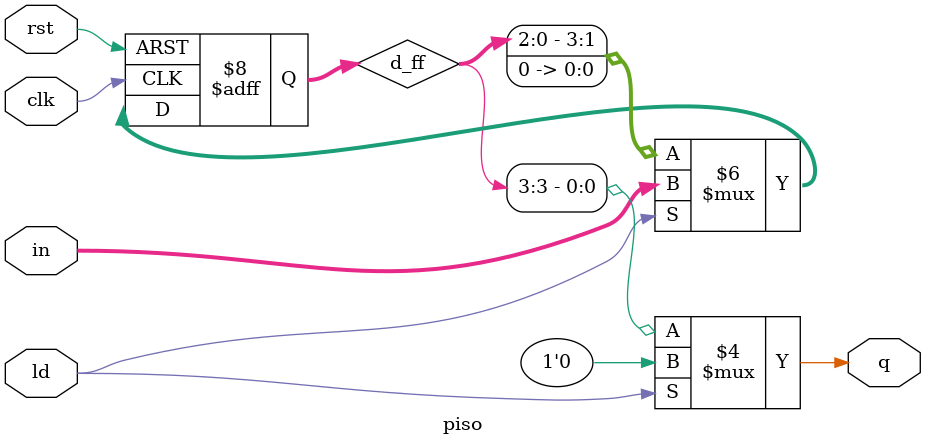
<source format=v>
module piso(clk, rst, ld, in, q);
    input clk, rst, ld;
    input [3:0] in;
    output q;

    reg [3:0] d_ff;

    always@(posedge clk, negedge rst)begin
        if(!rst) d_ff <= 4'b0;
        else begin
            if(ld) d_ff <= in; //Load
            else d_ff <= {d_ff[2:0], 1'b0}; //Read
        end
    end

    assign q  = (ld == 1'b1) ? 1'b0 : d_ff[3];
endmodule
</source>
